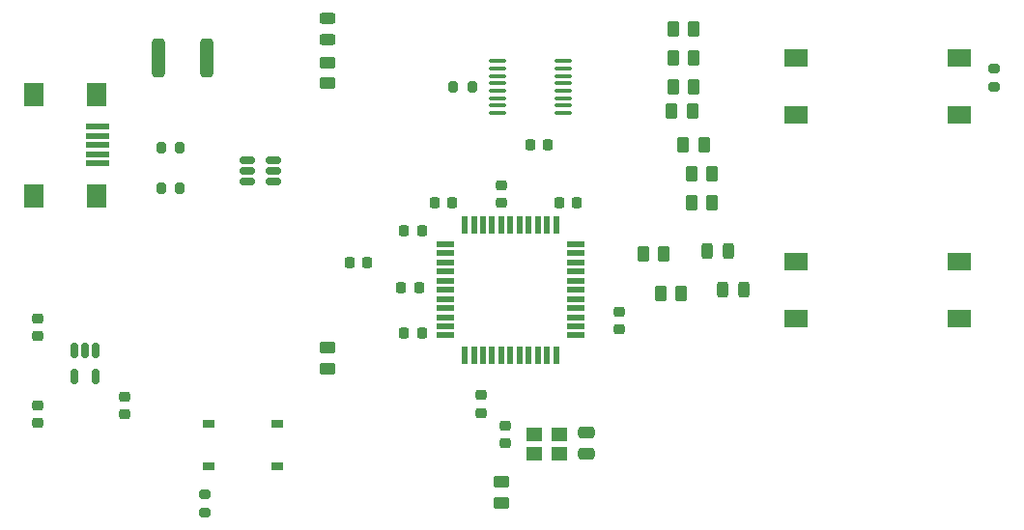
<source format=gbr>
%TF.GenerationSoftware,KiCad,Pcbnew,(7.0.0)*%
%TF.CreationDate,2023-04-21T10:27:54-06:00*%
%TF.ProjectId,PhaseB_ATMEGA,50686173-6542-45f4-9154-4d4547412e6b,rev?*%
%TF.SameCoordinates,Original*%
%TF.FileFunction,Paste,Top*%
%TF.FilePolarity,Positive*%
%FSLAX46Y46*%
G04 Gerber Fmt 4.6, Leading zero omitted, Abs format (unit mm)*
G04 Created by KiCad (PCBNEW (7.0.0)) date 2023-04-21 10:27:54*
%MOMM*%
%LPD*%
G01*
G04 APERTURE LIST*
G04 Aperture macros list*
%AMRoundRect*
0 Rectangle with rounded corners*
0 $1 Rounding radius*
0 $2 $3 $4 $5 $6 $7 $8 $9 X,Y pos of 4 corners*
0 Add a 4 corners polygon primitive as box body*
4,1,4,$2,$3,$4,$5,$6,$7,$8,$9,$2,$3,0*
0 Add four circle primitives for the rounded corners*
1,1,$1+$1,$2,$3*
1,1,$1+$1,$4,$5*
1,1,$1+$1,$6,$7*
1,1,$1+$1,$8,$9*
0 Add four rect primitives between the rounded corners*
20,1,$1+$1,$2,$3,$4,$5,0*
20,1,$1+$1,$4,$5,$6,$7,0*
20,1,$1+$1,$6,$7,$8,$9,0*
20,1,$1+$1,$8,$9,$2,$3,0*%
G04 Aperture macros list end*
%ADD10RoundRect,0.225000X-0.225000X-0.250000X0.225000X-0.250000X0.225000X0.250000X-0.225000X0.250000X0*%
%ADD11RoundRect,0.225000X-0.250000X0.225000X-0.250000X-0.225000X0.250000X-0.225000X0.250000X0.225000X0*%
%ADD12R,2.000000X0.500000*%
%ADD13R,1.700000X2.000000*%
%ADD14R,1.400000X1.200000*%
%ADD15RoundRect,0.250000X-0.312500X-1.450000X0.312500X-1.450000X0.312500X1.450000X-0.312500X1.450000X0*%
%ADD16RoundRect,0.250000X-0.262500X-0.450000X0.262500X-0.450000X0.262500X0.450000X-0.262500X0.450000X0*%
%ADD17RoundRect,0.200000X-0.275000X0.200000X-0.275000X-0.200000X0.275000X-0.200000X0.275000X0.200000X0*%
%ADD18RoundRect,0.225000X0.250000X-0.225000X0.250000X0.225000X-0.250000X0.225000X-0.250000X-0.225000X0*%
%ADD19RoundRect,0.225000X0.225000X0.250000X-0.225000X0.250000X-0.225000X-0.250000X0.225000X-0.250000X0*%
%ADD20RoundRect,0.200000X-0.200000X-0.275000X0.200000X-0.275000X0.200000X0.275000X-0.200000X0.275000X0*%
%ADD21RoundRect,0.243750X-0.243750X-0.456250X0.243750X-0.456250X0.243750X0.456250X-0.243750X0.456250X0*%
%ADD22R,1.500000X0.550000*%
%ADD23R,0.550000X1.500000*%
%ADD24RoundRect,0.250000X-0.475000X0.250000X-0.475000X-0.250000X0.475000X-0.250000X0.475000X0.250000X0*%
%ADD25R,2.000000X1.500000*%
%ADD26RoundRect,0.150000X-0.150000X0.512500X-0.150000X-0.512500X0.150000X-0.512500X0.150000X0.512500X0*%
%ADD27RoundRect,0.150000X-0.512500X-0.150000X0.512500X-0.150000X0.512500X0.150000X-0.512500X0.150000X0*%
%ADD28RoundRect,0.243750X-0.456250X0.243750X-0.456250X-0.243750X0.456250X-0.243750X0.456250X0.243750X0*%
%ADD29RoundRect,0.250000X0.450000X-0.262500X0.450000X0.262500X-0.450000X0.262500X-0.450000X-0.262500X0*%
%ADD30RoundRect,0.250000X-0.450000X0.262500X-0.450000X-0.262500X0.450000X-0.262500X0.450000X0.262500X0*%
%ADD31RoundRect,0.100000X-0.637500X-0.100000X0.637500X-0.100000X0.637500X0.100000X-0.637500X0.100000X0*%
%ADD32R,1.000000X0.700000*%
G04 APERTURE END LIST*
D10*
%TO.C,C6*%
X88125000Y-147320000D03*
X89675000Y-147320000D03*
%TD*%
D11*
%TO.C,C4*%
X104320000Y-156870000D03*
X104320000Y-158420000D03*
%TD*%
D12*
%TO.C,J1*%
X58579999Y-140639999D03*
X58579999Y-141439999D03*
X58579999Y-142239999D03*
X58579999Y-143039999D03*
X58579999Y-143839999D03*
D13*
X58479999Y-137789999D03*
X53029999Y-137789999D03*
X58479999Y-146689999D03*
X53029999Y-146689999D03*
%TD*%
D14*
%TO.C,Y1*%
X96859999Y-169339999D03*
X99059999Y-169339999D03*
X99059999Y-167639999D03*
X96859999Y-167639999D03*
%TD*%
D15*
%TO.C,F1*%
X63902500Y-134620000D03*
X68177500Y-134620000D03*
%TD*%
D16*
%TO.C,R7*%
X110650000Y-144780000D03*
X112475000Y-144780000D03*
%TD*%
D11*
%TO.C,C10*%
X53340000Y-165100000D03*
X53340000Y-166650000D03*
%TD*%
D17*
%TO.C,R2*%
X68000000Y-172850000D03*
X68000000Y-174500000D03*
%TD*%
D16*
%TO.C,R11*%
X109022500Y-134620000D03*
X110847500Y-134620000D03*
%TD*%
D17*
%TO.C,R1*%
X137160000Y-135510000D03*
X137160000Y-137160000D03*
%TD*%
D18*
%TO.C,C2*%
X94320000Y-168415000D03*
X94320000Y-166865000D03*
%TD*%
D16*
%TO.C,R16*%
X106425000Y-151750000D03*
X108250000Y-151750000D03*
%TD*%
D19*
%TO.C,C14*%
X86750000Y-154750000D03*
X85200000Y-154750000D03*
%TD*%
D20*
%TO.C,R3*%
X64175000Y-146000000D03*
X65825000Y-146000000D03*
%TD*%
D16*
%TO.C,R9*%
X108925000Y-139250000D03*
X110750000Y-139250000D03*
%TD*%
D19*
%TO.C,C15*%
X98070000Y-142240000D03*
X96520000Y-142240000D03*
%TD*%
D18*
%TO.C,C9*%
X92202000Y-165722600D03*
X92202000Y-164172600D03*
%TD*%
D19*
%TO.C,C3*%
X87025000Y-149750000D03*
X85475000Y-149750000D03*
%TD*%
%TO.C,C5*%
X82232500Y-152567500D03*
X80682500Y-152567500D03*
%TD*%
D10*
%TO.C,C7*%
X99060000Y-147320000D03*
X100610000Y-147320000D03*
%TD*%
D21*
%TO.C,D2*%
X113362500Y-154940000D03*
X115237500Y-154940000D03*
%TD*%
D22*
%TO.C,U2*%
X89079999Y-150939999D03*
X89079999Y-151739999D03*
X89079999Y-152539999D03*
X89079999Y-153339999D03*
X89079999Y-154139999D03*
X89079999Y-154939999D03*
X89079999Y-155739999D03*
X89079999Y-156539999D03*
X89079999Y-157339999D03*
X89079999Y-158139999D03*
X89079999Y-158939999D03*
D23*
X90779999Y-160639999D03*
X91579999Y-160639999D03*
X92379999Y-160639999D03*
X93179999Y-160639999D03*
X93979999Y-160639999D03*
X94779999Y-160639999D03*
X95579999Y-160639999D03*
X96379999Y-160639999D03*
X97179999Y-160639999D03*
X97979999Y-160639999D03*
X98779999Y-160639999D03*
D22*
X100479999Y-158939999D03*
X100479999Y-158139999D03*
X100479999Y-157339999D03*
X100479999Y-156539999D03*
X100479999Y-155739999D03*
X100479999Y-154939999D03*
X100479999Y-154139999D03*
X100479999Y-153339999D03*
X100479999Y-152539999D03*
X100479999Y-151739999D03*
X100479999Y-150939999D03*
D23*
X98779999Y-149239999D03*
X97979999Y-149239999D03*
X97179999Y-149239999D03*
X96379999Y-149239999D03*
X95579999Y-149239999D03*
X94779999Y-149239999D03*
X93979999Y-149239999D03*
X93179999Y-149239999D03*
X92379999Y-149239999D03*
X91579999Y-149239999D03*
X90779999Y-149239999D03*
%TD*%
D24*
%TO.C,C1*%
X101420000Y-167450000D03*
X101420000Y-169350000D03*
%TD*%
D25*
%TO.C,S3*%
X119849999Y-152479999D03*
X134149999Y-152479999D03*
X119849999Y-157479999D03*
X134149999Y-157479999D03*
%TD*%
%TO.C,S2*%
X119849999Y-134619999D03*
X134149999Y-134619999D03*
X119849999Y-139619999D03*
X134149999Y-139619999D03*
%TD*%
D26*
%TO.C,U3*%
X58420000Y-160285000D03*
X57470000Y-160285000D03*
X56520000Y-160285000D03*
X56520000Y-162560000D03*
X58420000Y-162560000D03*
%TD*%
D20*
%TO.C,R5*%
X89790000Y-137160000D03*
X91440000Y-137160000D03*
%TD*%
D27*
%TO.C,U1*%
X71725000Y-143550000D03*
X71725000Y-144500000D03*
X71725000Y-145450000D03*
X74000000Y-145450000D03*
X74000000Y-144500000D03*
X74000000Y-143550000D03*
%TD*%
D28*
%TO.C,D3*%
X78740000Y-131142500D03*
X78740000Y-133017500D03*
%TD*%
D16*
%TO.C,R6*%
X110650000Y-147320000D03*
X112475000Y-147320000D03*
%TD*%
D29*
%TO.C,R17*%
X93980000Y-173632500D03*
X93980000Y-171807500D03*
%TD*%
D30*
%TO.C,R13*%
X78740000Y-160020000D03*
X78740000Y-161845000D03*
%TD*%
D11*
%TO.C,C11*%
X60960000Y-164325000D03*
X60960000Y-165875000D03*
%TD*%
D29*
%TO.C,R14*%
X78750000Y-136825000D03*
X78750000Y-135000000D03*
%TD*%
D31*
%TO.C,U5*%
X93657500Y-134885000D03*
X93657500Y-135535000D03*
X93657500Y-136185000D03*
X93657500Y-136835000D03*
X93657500Y-137485000D03*
X93657500Y-138135000D03*
X93657500Y-138785000D03*
X93657500Y-139435000D03*
X99382500Y-139435000D03*
X99382500Y-138785000D03*
X99382500Y-138135000D03*
X99382500Y-137485000D03*
X99382500Y-136835000D03*
X99382500Y-136185000D03*
X99382500Y-135535000D03*
X99382500Y-134885000D03*
%TD*%
D18*
%TO.C,C12*%
X53340000Y-159030000D03*
X53340000Y-157480000D03*
%TD*%
D16*
%TO.C,R12*%
X109022500Y-132080000D03*
X110847500Y-132080000D03*
%TD*%
%TO.C,R10*%
X109022500Y-137160000D03*
X110847500Y-137160000D03*
%TD*%
D19*
%TO.C,C8*%
X87025000Y-158750000D03*
X85475000Y-158750000D03*
%TD*%
D21*
%TO.C,D1*%
X112000000Y-151500000D03*
X113875000Y-151500000D03*
%TD*%
D16*
%TO.C,R15*%
X107925000Y-155250000D03*
X109750000Y-155250000D03*
%TD*%
D20*
%TO.C,R4*%
X64175000Y-142500000D03*
X65825000Y-142500000D03*
%TD*%
D18*
%TO.C,C13*%
X93980000Y-147320000D03*
X93980000Y-145770000D03*
%TD*%
D16*
%TO.C,R8*%
X109935000Y-142240000D03*
X111760000Y-142240000D03*
%TD*%
D32*
%TO.C,S1*%
X68299999Y-166729999D03*
X74299999Y-166729999D03*
X68299999Y-170429999D03*
X74299999Y-170429999D03*
%TD*%
M02*

</source>
